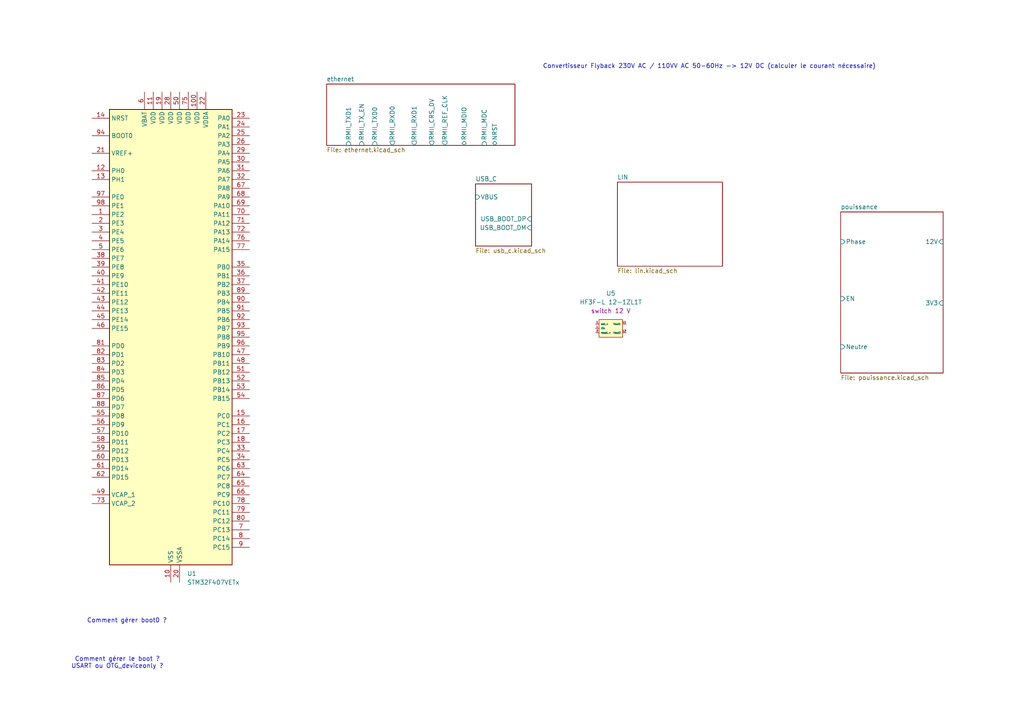
<source format=kicad_sch>
(kicad_sch (version 20231120) (generator "eeschema") (generator_version "8.0")
  (paper "A4")
  (title_block (title "Carte mère FabOS") (rev "1.0.0") (company "ENSEA"))
  (lib_symbols
    (symbol "Librairie_MB:Switch_12V"
      (property "Reference" "U" (at -0.254 -5.08 0))
      (property "Value" "HF3F-L 12-1ZL1T" (at -0.508 -7.366 0))
      (property "Description" "switch 12 V" (at 0.508 -9.144 0))
      (symbol "Switch_12V_1_1"
        (rectangle (start -4.064 2.54) (end 2.794 -2.54) (fill (type background)))
        (pin input line (at -5.08 1.27 0) (length 1) (name "set_+") (number "1"))
        (pin input line (at -5.08 -1.27 0) (length 1) (name "reset_+") (number "2"))
        (pin input line (at -5.08 0 0) (length 1) (name "Vin") (number "L"))
        (pin output line (at 3.81 1.27 180) (length 1) (name "Vout1") (number "L1"))
        (pin output line (at 3.81 -1.27 180) (length 1) (name "Vout2") (number "L2"))
      )
    )
    (symbol "MCU_ST_STM32F4:STM32F407VETx"
      (property "Reference" "U" (at -17.78 67.31 0))
      (property "Value" "STM32F407VETx" (at 12.7 67.31 0))
      (symbol "STM32F407VETx_0_1"
        (rectangle (start -17.78 -66.04) (end 17.78 66.04) (stroke (width 0.254)) (fill (type background)))
      )
      (symbol "STM32F407VETx_1_1"
        (pin bidirectional line (at -22.86 35.56 0) (length 5.08) (name "PE2") (number "1"))
        (pin power_in line (at 0 -71.12 90) (length 5.08) (name "VSS") (number "10"))
        (pin power_in line (at 7.62 71.12 270) (length 5.08) (name "VDD") (number "100"))
        (pin power_in line (at -5.08 71.12 270) (length 5.08) (name "VDD") (number "11"))
        (pin bidirectional line (at -22.86 48.26 0) (length 5.08) (name "PH0") (number "12"))
        (pin bidirectional line (at -22.86 45.72 0) (length 5.08) (name "PH1") (number "13"))
        (pin input line (at -22.86 63.5 0) (length 5.08) (name "NRST") (number "14"))
        (pin bidirectional line (at 22.86 -22.86 180) (length 5.08) (name "PC0") (number "15"))
        (pin bidirectional line (at 22.86 -25.4 180) (length 5.08) (name "PC1") (number "16"))
        (pin bidirectional line (at 22.86 -27.94 180) (length 5.08) (name "PC2") (number "17"))
        (pin bidirectional line (at 22.86 -30.48 180) (length 5.08) (name "PC3") (number "18"))
        (pin power_in line (at -2.54 71.12 270) (length 5.08) (name "VDD") (number "19"))
        (pin bidirectional line (at -22.86 33.02 0) (length 5.08) (name "PE3") (number "2"))
        (pin power_in line (at 2.54 -71.12 90) (length 5.08) (name "VSSA") (number "20"))
        (pin input line (at -22.86 53.34 0) (length 5.08) (name "VREF+") (number "21"))
        (pin power_in line (at 10.16 71.12 270) (length 5.08) (name "VDDA") (number "22"))
        (pin bidirectional line (at 22.86 63.5 180) (length 5.08) (name "PA0") (number "23"))
        (pin bidirectional line (at 22.86 60.96 180) (length 5.08) (name "PA1") (number "24"))
        (pin bidirectional line (at 22.86 58.42 180) (length 5.08) (name "PA2") (number "25"))
        (pin bidirectional line (at 22.86 55.88 180) (length 5.08) (name "PA3") (number "26"))
        (pin passive line (at 0 -71.12 90) (length 5.08) hide (name "VSS") (number "27"))
        (pin power_in line (at 0 71.12 270) (length 5.08) (name "VDD") (number "28"))
        (pin bidirectional line (at 22.86 53.34 180) (length 5.08) (name "PA4") (number "29"))
        (pin bidirectional line (at -22.86 30.48 0) (length 5.08) (name "PE4") (number "3"))
        (pin bidirectional line (at 22.86 50.8 180) (length 5.08) (name "PA5") (number "30"))
        (pin bidirectional line (at 22.86 48.26 180) (length 5.08) (name "PA6") (number "31"))
        (pin bidirectional line (at 22.86 45.72 180) (length 5.08) (name "PA7") (number "32"))
        (pin bidirectional line (at 22.86 -33.02 180) (length 5.08) (name "PC4") (number "33"))
        (pin bidirectional line (at 22.86 -35.56 180) (length 5.08) (name "PC5") (number "34"))
        (pin bidirectional line (at 22.86 20.32 180) (length 5.08) (name "PB0") (number "35"))
        (pin bidirectional line (at 22.86 17.78 180) (length 5.08) (name "PB1") (number "36"))
        (pin bidirectional line (at 22.86 15.24 180) (length 5.08) (name "PB2") (number "37"))
        (pin bidirectional line (at -22.86 22.86 0) (length 5.08) (name "PE7") (number "38"))
        (pin bidirectional line (at -22.86 20.32 0) (length 5.08) (name "PE8") (number "39"))
        (pin bidirectional line (at -22.86 27.94 0) (length 5.08) (name "PE5") (number "4"))
        (pin bidirectional line (at -22.86 17.78 0) (length 5.08) (name "PE9") (number "40"))
        (pin bidirectional line (at -22.86 15.24 0) (length 5.08) (name "PE10") (number "41"))
        (pin bidirectional line (at -22.86 12.7 0) (length 5.08) (name "PE11") (number "42"))
        (pin bidirectional line (at -22.86 10.16 0) (length 5.08) (name "PE12") (number "43"))
        (pin bidirectional line (at -22.86 7.62 0) (length 5.08) (name "PE13") (number "44"))
        (pin bidirectional line (at -22.86 5.08 0) (length 5.08) (name "PE14") (number "45"))
        (pin bidirectional line (at -22.86 2.54 0) (length 5.08) (name "PE15") (number "46"))
        (pin bidirectional line (at 22.86 -5.08 180) (length 5.08) (name "PB10") (number "47"))
        (pin bidirectional line (at 22.86 -7.62 180) (length 5.08) (name "PB11") (number "48"))
        (pin power_out line (at -22.86 -45.72 0) (length 5.08) (name "VCAP_1") (number "49"))
        (pin bidirectional line (at -22.86 25.4 0) (length 5.08) (name "PE6") (number "5"))
        (pin power_in line (at 2.54 71.12 270) (length 5.08) (name "VDD") (number "50"))
        (pin bidirectional line (at 22.86 -10.16 180) (length 5.08) (name "PB12") (number "51"))
        (pin bidirectional line (at 22.86 -12.7 180) (length 5.08) (name "PB13") (number "52"))
        (pin bidirectional line (at 22.86 -15.24 180) (length 5.08) (name "PB14") (number "53"))
        (pin bidirectional line (at 22.86 -17.78 180) (length 5.08) (name "PB15") (number "54"))
        (pin bidirectional line (at -22.86 -22.86 0) (length 5.08) (name "PD8") (number "55"))
        (pin bidirectional line (at -22.86 -25.4 0) (length 5.08) (name "PD9") (number "56"))
        (pin bidirectional line (at -22.86 -27.94 0) (length 5.08) (name "PD10") (number "57"))
        (pin bidirectional line (at -22.86 -30.48 0) (length 5.08) (name "PD11") (number "58"))
        (pin bidirectional line (at -22.86 -33.02 0) (length 5.08) (name "PD12") (number "59"))
        (pin power_in line (at -7.62 71.12 270) (length 5.08) (name "VBAT") (number "6"))
        (pin bidirectional line (at -22.86 -35.56 0) (length 5.08) (name "PD13") (number "60"))
        (pin bidirectional line (at -22.86 -38.1 0) (length 5.08) (name "PD14") (number "61"))
        (pin bidirectional line (at -22.86 -40.64 0) (length 5.08) (name "PD15") (number "62"))
        (pin bidirectional line (at 22.86 -38.1 180) (length 5.08) (name "PC6") (number "63"))
        (pin bidirectional line (at 22.86 -40.64 180) (length 5.08) (name "PC7") (number "64"))
        (pin bidirectional line (at 22.86 -43.18 180) (length 5.08) (name "PC8") (number "65"))
        (pin bidirectional line (at 22.86 -45.72 180) (length 5.08) (name "PC9") (number "66"))
        (pin bidirectional line (at 22.86 43.18 180) (length 5.08) (name "PA8") (number "67"))
        (pin bidirectional line (at 22.86 40.64 180) (length 5.08) (name "PA9") (number "68"))
        (pin bidirectional line (at 22.86 38.1 180) (length 5.08) (name "PA10") (number "69"))
        (pin bidirectional line (at 22.86 -55.88 180) (length 5.08) (name "PC13") (number "7"))
        (pin bidirectional line (at 22.86 35.56 180) (length 5.08) (name "PA11") (number "70"))
        (pin bidirectional line (at 22.86 33.02 180) (length 5.08) (name "PA12") (number "71"))
        (pin bidirectional line (at 22.86 30.48 180) (length 5.08) (name "PA13") (number "72"))
        (pin power_out line (at -22.86 -48.26 0) (length 5.08) (name "VCAP_2") (number "73"))
        (pin passive line (at 0 -71.12 90) (length 5.08) hide (name "VSS") (number "74"))
        (pin power_in line (at 5.08 71.12 270) (length 5.08) (name "VDD") (number "75"))
        (pin bidirectional line (at 22.86 27.94 180) (length 5.08) (name "PA14") (number "76"))
        (pin bidirectional line (at 22.86 25.4 180) (length 5.08) (name "PA15") (number "77"))
        (pin bidirectional line (at 22.86 -48.26 180) (length 5.08) (name "PC10") (number "78"))
        (pin bidirectional line (at 22.86 -50.8 180) (length 5.08) (name "PC11") (number "79"))
        (pin bidirectional line (at 22.86 -58.42 180) (length 5.08) (name "PC14") (number "8"))
        (pin bidirectional line (at 22.86 -53.34 180) (length 5.08) (name "PC12") (number "80"))
        (pin bidirectional line (at -22.86 -2.54 0) (length 5.08) (name "PD0") (number "81"))
        (pin bidirectional line (at -22.86 -5.08 0) (length 5.08) (name "PD1") (number "82"))
        (pin bidirectional line (at -22.86 -7.62 0) (length 5.08) (name "PD2") (number "83"))
        (pin bidirectional line (at -22.86 -10.16 0) (length 5.08) (name "PD3") (number "84"))
        (pin bidirectional line (at -22.86 -12.7 0) (length 5.08) (name "PD4") (number "85"))
        (pin bidirectional line (at -22.86 -15.24 0) (length 5.08) (name "PD5") (number "86"))
        (pin bidirectional line (at -22.86 -17.78 0) (length 5.08) (name "PD6") (number "87"))
        (pin bidirectional line (at -22.86 -20.32 0) (length 5.08) (name "PD7") (number "88"))
        (pin bidirectional line (at 22.86 12.7 180) (length 5.08) (name "PB3") (number "89"))
        (pin bidirectional line (at 22.86 -60.96 180) (length 5.08) (name "PC15") (number "9"))
        (pin bidirectional line (at 22.86 10.16 180) (length 5.08) (name "PB4") (number "90"))
        (pin bidirectional line (at 22.86 7.62 180) (length 5.08) (name "PB5") (number "91"))
        (pin bidirectional line (at 22.86 5.08 180) (length 5.08) (name "PB6") (number "92"))
        (pin bidirectional line (at 22.86 2.54 180) (length 5.08) (name "PB7") (number "93"))
        (pin input line (at -22.86 58.42 0) (length 5.08) (name "BOOT0") (number "94"))
        (pin bidirectional line (at 22.86 0 180) (length 5.08) (name "PB8") (number "95"))
        (pin bidirectional line (at 22.86 -2.54 180) (length 5.08) (name "PB9") (number "96"))
        (pin bidirectional line (at -22.86 40.64 0) (length 5.08) (name "PE0") (number "97"))
        (pin bidirectional line (at -22.86 38.1 0) (length 5.08) (name "PE1") (number "98"))
        (pin passive line (at 0 -71.12 90) (length 5.08) hide (name "VSS") (number "99"))
      )
    )
  )
  (text "Comment gérer boot0 ?" (at 36.83 180.086 0) (effects (font (size 1.27 1.27))))
  (text "Convertisseur Flyback 230V AC / 110VV AC 50-60Hz -> 12V DC (calculer le courant nécessaire)" (at 205.74 19.304 0) (effects (font (size 1.27 1.27))))
  (text "Comment gérer le boot ?\nUSART ou OTG_deviceonly ?\n" (at 34.036 192.278 0) (effects (font (size 1.27 1.27))))
  (symbol (lib_id "MCU_ST_STM32F4:STM32F407VETx") (at 49.53 97.79 0) (unit 1)
    (property "Reference" "U1" (at 54.2641 166.37 0) (effects (justify left)))
    (property "Value" "STM32F407VETx" (at 54.2641 168.91 0) (effects (justify left)))
    (property "Footprint" "Package_QFP:LQFP-100_14x14mm_P0.5mm" (effects (hide yes)))
    (property "Datasheet" "https://www.st.com/resource/en/datasheet/stm32f407ve.pdf" (effects (hide yes)))
    (property "Description" "STMicroelectronics Arm Cortex-M4 MCU, 512KB flash, 192KB RAM, 168 MHz, 1.8-3.6V, 82 GPIO, LQFP100" (effects (hide yes)))
  )
  (symbol (lib_id "Librairie_MB:Switch_12V") (at 177.8 95.25 0) (unit 1)
    (property "Reference" "U5" (at 177.165 85.09 0))
    (property "Value" "HF3F-L 12-1ZL1T" (at 177.165 87.63 0))
    (property "Footprint" "Librairie_MB:switch 12V" (effects (hide yes)))
    (property "Datasheet" "https://www.tme.eu/Document/72a771a979a9284f42c6382232fc9181/HF3F-L.pdf" (effects (hide yes)))
    (property "Description" "switch 12 V" (at 177.165 90.17 0))
    (property "MFR" "HF3F-L/12-1ZL1T" (effects (hide yes)))
    (property "LCSC " "C190457" (effects (hide yes)))
  )
  (sheet (at 137.922 53.34) (size 16.256 18.034) (stroke (width 0.1524))
    (property "Sheetname" "USB_C" (at 137.922 52.6284 0) (effects (justify left bottom)))
    (property "Sheetfile" "usb_c.kicad_sch" (at 137.922 71.9586 0) (effects (justify left top)))
    (pin "USB_BOOT_DM" input (at 154.178 66.04 0))
    (pin "USB_BOOT_DP" input (at 154.178 63.5 0))
    (pin "VBUS" input (at 137.922 57.15 180))
  )
  (sheet (at 243.84 61.468) (size 29.718 46.736) (stroke (width 0.1524))
    (property "Sheetname" "pouissance" (at 243.84 60.7564 0) (effects (justify left bottom)))
    (property "Sheetfile" "pouissance.kicad_sch" (at 243.84 108.7886 0) (effects (justify left top)))
    (pin "Neutre" input (at 243.84 100.584 180))
    (pin "Phase" input (at 243.84 70.104 180))
    (pin "12V" input (at 273.558 70.104 0))
    (pin "EN" input (at 243.84 86.614 180))
    (pin "3V3" input (at 273.558 87.884 0))
  )
  (sheet (at 94.742 24.384) (size 54.61 17.78) (stroke (width 0.1524))
    (property "Sheetname" "ethernet" (at 94.742 23.6724 0) (effects (justify left bottom)))
    (property "Sheetfile" "ethernet.kicad_sch" (at 94.742 42.7486 0) (effects (justify left top)))
    (pin "RMII_REF_CLK" output (at 129.032 42.164 270))
    (pin "RMII_MDC" input (at 140.462 42.164 270))
    (pin "RMII_CRS_DV" output (at 125.222 42.164 270))
    (pin "RMII_RXD1" output (at 120.142 42.164 270))
    (pin "RMII_RXD0" output (at 113.792 42.164 270))
    (pin "RMII_TXD0" input (at 108.712 42.164 270))
    (pin "RMII_TX_EN" input (at 104.902 42.164 270))
    (pin "RMII_TXD1" input (at 101.092 42.164 270))
    (pin "RMII_MDIO" bidirectional (at 134.62 42.164 270))
    (pin "NRST" bidirectional (at 143.51 42.164 270))
  )
  (sheet (at 179.07 52.832) (size 30.48 24.384) (stroke (width 0.1524))
    (property "Sheetname" "LIN" (at 179.07 52.1204 0) (effects (justify left bottom)))
    (property "Sheetfile" "lin.kicad_sch" (at 179.07 77.8006 0) (effects (justify left top)))
  )
)
</source>
